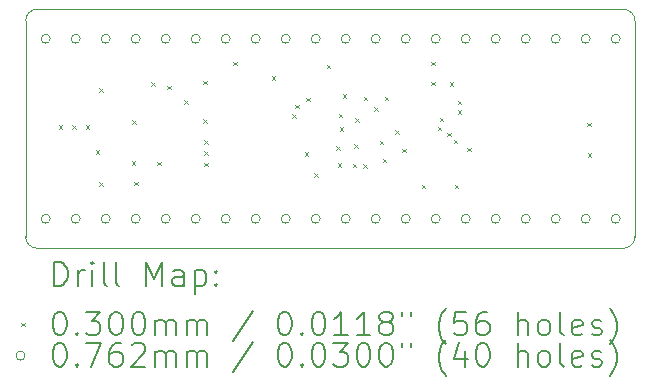
<source format=gbr>
%TF.GenerationSoftware,KiCad,Pcbnew,7.0.2*%
%TF.CreationDate,2023-06-20T04:45:02+07:00*%
%TF.ProjectId,STM32L431RCT6_prototype_board,53544d33-324c-4343-9331-524354365f70,rev?*%
%TF.SameCoordinates,Original*%
%TF.FileFunction,Drillmap*%
%TF.FilePolarity,Positive*%
%FSLAX45Y45*%
G04 Gerber Fmt 4.5, Leading zero omitted, Abs format (unit mm)*
G04 Created by KiCad (PCBNEW 7.0.2) date 2023-06-20 04:45:02*
%MOMM*%
%LPD*%
G01*
G04 APERTURE LIST*
%ADD10C,0.100000*%
%ADD11C,0.200000*%
%ADD12C,0.030000*%
%ADD13C,0.076200*%
G04 APERTURE END LIST*
D10*
X15730000Y-7150000D02*
G75*
G03*
X15830000Y-7250000I100000J0D01*
G01*
X15830000Y-5225000D02*
X20790000Y-5225000D01*
X20890000Y-5325000D02*
X20890000Y-7150000D01*
X20790000Y-7250000D02*
G75*
G03*
X20890000Y-7150000I0J100000D01*
G01*
X20890000Y-5325000D02*
G75*
G03*
X20790000Y-5225000I-100000J0D01*
G01*
X15730000Y-7150000D02*
X15730000Y-5325000D01*
X20790000Y-7250000D02*
X15830000Y-7250000D01*
X15830000Y-5225000D02*
G75*
G03*
X15730000Y-5325000I0J-100000D01*
G01*
D11*
D12*
X16010000Y-6210000D02*
X16040000Y-6240000D01*
X16040000Y-6210000D02*
X16010000Y-6240000D01*
X16125000Y-6210000D02*
X16155000Y-6240000D01*
X16155000Y-6210000D02*
X16125000Y-6240000D01*
X16240000Y-6210000D02*
X16270000Y-6240000D01*
X16270000Y-6210000D02*
X16240000Y-6240000D01*
X16325000Y-6420000D02*
X16355000Y-6450000D01*
X16355000Y-6420000D02*
X16325000Y-6450000D01*
X16355000Y-5895000D02*
X16385000Y-5925000D01*
X16385000Y-5895000D02*
X16355000Y-5925000D01*
X16355000Y-6690000D02*
X16385000Y-6720000D01*
X16385000Y-6690000D02*
X16355000Y-6720000D01*
X16629950Y-6514021D02*
X16659950Y-6544021D01*
X16659950Y-6514021D02*
X16629950Y-6544021D01*
X16635000Y-6165000D02*
X16665000Y-6195000D01*
X16665000Y-6165000D02*
X16635000Y-6195000D01*
X16650000Y-6685000D02*
X16680000Y-6715000D01*
X16680000Y-6685000D02*
X16650000Y-6715000D01*
X16795000Y-5845000D02*
X16825000Y-5875000D01*
X16825000Y-5845000D02*
X16795000Y-5875000D01*
X16845000Y-6515000D02*
X16875000Y-6545000D01*
X16875000Y-6515000D02*
X16845000Y-6545000D01*
X16930000Y-5875000D02*
X16960000Y-5905000D01*
X16960000Y-5875000D02*
X16930000Y-5905000D01*
X17072500Y-5995000D02*
X17102500Y-6025000D01*
X17102500Y-5995000D02*
X17072500Y-6025000D01*
X17235000Y-5830000D02*
X17265000Y-5860000D01*
X17265000Y-5830000D02*
X17235000Y-5860000D01*
X17235000Y-6155000D02*
X17265000Y-6185000D01*
X17265000Y-6155000D02*
X17235000Y-6185000D01*
X17245000Y-6335000D02*
X17275000Y-6365000D01*
X17275000Y-6335000D02*
X17245000Y-6365000D01*
X17245000Y-6430000D02*
X17275000Y-6460000D01*
X17275000Y-6430000D02*
X17245000Y-6460000D01*
X17245000Y-6525000D02*
X17275000Y-6555000D01*
X17275000Y-6525000D02*
X17245000Y-6555000D01*
X17490000Y-5670000D02*
X17520000Y-5700000D01*
X17520000Y-5670000D02*
X17490000Y-5700000D01*
X17813750Y-5795000D02*
X17843750Y-5825000D01*
X17843750Y-5795000D02*
X17813750Y-5825000D01*
X17990000Y-6113800D02*
X18020000Y-6143800D01*
X18020000Y-6113800D02*
X17990000Y-6143800D01*
X18015000Y-6035000D02*
X18045000Y-6065000D01*
X18045000Y-6035000D02*
X18015000Y-6065000D01*
X18095000Y-6435000D02*
X18125000Y-6465000D01*
X18125000Y-6435000D02*
X18095000Y-6465000D01*
X18105000Y-5975000D02*
X18135000Y-6005000D01*
X18135000Y-5975000D02*
X18105000Y-6005000D01*
X18175000Y-6615000D02*
X18205000Y-6645000D01*
X18205000Y-6615000D02*
X18175000Y-6645000D01*
X18280000Y-5695000D02*
X18310000Y-5725000D01*
X18310000Y-5695000D02*
X18280000Y-5725000D01*
X18360000Y-6385000D02*
X18390000Y-6415000D01*
X18390000Y-6385000D02*
X18360000Y-6415000D01*
X18375000Y-6530000D02*
X18405000Y-6560000D01*
X18405000Y-6530000D02*
X18375000Y-6560000D01*
X18380000Y-6110000D02*
X18410000Y-6140000D01*
X18410000Y-6110000D02*
X18380000Y-6140000D01*
X18390585Y-6225452D02*
X18420585Y-6255452D01*
X18420585Y-6225452D02*
X18390585Y-6255452D01*
X18415050Y-5946089D02*
X18445050Y-5976089D01*
X18445050Y-5946089D02*
X18415050Y-5976089D01*
X18500000Y-6535000D02*
X18530000Y-6565000D01*
X18530000Y-6535000D02*
X18500000Y-6565000D01*
X18515000Y-6370000D02*
X18545000Y-6400000D01*
X18545000Y-6370000D02*
X18515000Y-6400000D01*
X18520000Y-6150000D02*
X18550000Y-6180000D01*
X18550000Y-6150000D02*
X18520000Y-6180000D01*
X18590000Y-6540000D02*
X18620000Y-6570000D01*
X18620000Y-6540000D02*
X18590000Y-6570000D01*
X18595000Y-5965000D02*
X18625000Y-5995000D01*
X18625000Y-5965000D02*
X18595000Y-5995000D01*
X18680000Y-6055000D02*
X18710000Y-6085000D01*
X18710000Y-6055000D02*
X18680000Y-6085000D01*
X18730000Y-6340000D02*
X18760000Y-6370000D01*
X18760000Y-6340000D02*
X18730000Y-6370000D01*
X18755000Y-6490000D02*
X18785000Y-6520000D01*
X18785000Y-6490000D02*
X18755000Y-6520000D01*
X18771409Y-5966409D02*
X18801409Y-5996409D01*
X18801409Y-5966409D02*
X18771409Y-5996409D01*
X18860000Y-6250000D02*
X18890000Y-6280000D01*
X18890000Y-6250000D02*
X18860000Y-6280000D01*
X18920000Y-6405000D02*
X18950000Y-6435000D01*
X18950000Y-6405000D02*
X18920000Y-6435000D01*
X19085000Y-6710000D02*
X19115000Y-6740000D01*
X19115000Y-6710000D02*
X19085000Y-6740000D01*
X19165000Y-5670000D02*
X19195000Y-5700000D01*
X19195000Y-5670000D02*
X19165000Y-5700000D01*
X19165000Y-5840000D02*
X19195000Y-5870000D01*
X19195000Y-5840000D02*
X19165000Y-5870000D01*
X19218777Y-6220048D02*
X19248777Y-6250048D01*
X19248777Y-6220048D02*
X19218777Y-6250048D01*
X19238028Y-6142450D02*
X19268028Y-6172450D01*
X19268028Y-6142450D02*
X19238028Y-6172450D01*
X19300000Y-6272513D02*
X19330000Y-6302513D01*
X19330000Y-6272513D02*
X19300000Y-6302513D01*
X19322500Y-5842500D02*
X19352500Y-5872500D01*
X19352500Y-5842500D02*
X19322500Y-5872500D01*
X19355350Y-6332463D02*
X19385350Y-6362463D01*
X19385350Y-6332463D02*
X19355350Y-6362463D01*
X19365000Y-6710000D02*
X19395000Y-6740000D01*
X19395000Y-6710000D02*
X19365000Y-6740000D01*
X19390000Y-6000000D02*
X19420000Y-6030000D01*
X19420000Y-6000000D02*
X19390000Y-6030000D01*
X19390000Y-6080000D02*
X19420000Y-6110000D01*
X19420000Y-6080000D02*
X19390000Y-6110000D01*
X19470000Y-6400000D02*
X19500000Y-6430000D01*
X19500000Y-6400000D02*
X19470000Y-6430000D01*
X20485000Y-6185000D02*
X20515000Y-6215000D01*
X20515000Y-6185000D02*
X20485000Y-6215000D01*
X20490000Y-6445000D02*
X20520000Y-6475000D01*
X20520000Y-6445000D02*
X20490000Y-6475000D01*
D13*
X15938100Y-5476000D02*
G75*
G03*
X15938100Y-5476000I-38100J0D01*
G01*
X15938100Y-7000000D02*
G75*
G03*
X15938100Y-7000000I-38100J0D01*
G01*
X16192100Y-5476000D02*
G75*
G03*
X16192100Y-5476000I-38100J0D01*
G01*
X16192100Y-7000000D02*
G75*
G03*
X16192100Y-7000000I-38100J0D01*
G01*
X16446100Y-5476000D02*
G75*
G03*
X16446100Y-5476000I-38100J0D01*
G01*
X16446100Y-7000000D02*
G75*
G03*
X16446100Y-7000000I-38100J0D01*
G01*
X16700100Y-5476000D02*
G75*
G03*
X16700100Y-5476000I-38100J0D01*
G01*
X16700100Y-7000000D02*
G75*
G03*
X16700100Y-7000000I-38100J0D01*
G01*
X16954100Y-5476000D02*
G75*
G03*
X16954100Y-5476000I-38100J0D01*
G01*
X16954100Y-7000000D02*
G75*
G03*
X16954100Y-7000000I-38100J0D01*
G01*
X17208100Y-5476000D02*
G75*
G03*
X17208100Y-5476000I-38100J0D01*
G01*
X17208100Y-7000000D02*
G75*
G03*
X17208100Y-7000000I-38100J0D01*
G01*
X17462100Y-5476000D02*
G75*
G03*
X17462100Y-5476000I-38100J0D01*
G01*
X17462100Y-7000000D02*
G75*
G03*
X17462100Y-7000000I-38100J0D01*
G01*
X17716100Y-5476000D02*
G75*
G03*
X17716100Y-5476000I-38100J0D01*
G01*
X17716100Y-7000000D02*
G75*
G03*
X17716100Y-7000000I-38100J0D01*
G01*
X17970100Y-5476000D02*
G75*
G03*
X17970100Y-5476000I-38100J0D01*
G01*
X17970100Y-7000000D02*
G75*
G03*
X17970100Y-7000000I-38100J0D01*
G01*
X18224100Y-5476000D02*
G75*
G03*
X18224100Y-5476000I-38100J0D01*
G01*
X18224100Y-7000000D02*
G75*
G03*
X18224100Y-7000000I-38100J0D01*
G01*
X18478100Y-5476000D02*
G75*
G03*
X18478100Y-5476000I-38100J0D01*
G01*
X18478100Y-7000000D02*
G75*
G03*
X18478100Y-7000000I-38100J0D01*
G01*
X18732100Y-5476000D02*
G75*
G03*
X18732100Y-5476000I-38100J0D01*
G01*
X18732100Y-7000000D02*
G75*
G03*
X18732100Y-7000000I-38100J0D01*
G01*
X18986100Y-5476000D02*
G75*
G03*
X18986100Y-5476000I-38100J0D01*
G01*
X18986100Y-7000000D02*
G75*
G03*
X18986100Y-7000000I-38100J0D01*
G01*
X19240100Y-5476000D02*
G75*
G03*
X19240100Y-5476000I-38100J0D01*
G01*
X19240100Y-7000000D02*
G75*
G03*
X19240100Y-7000000I-38100J0D01*
G01*
X19494100Y-5476000D02*
G75*
G03*
X19494100Y-5476000I-38100J0D01*
G01*
X19494100Y-7000000D02*
G75*
G03*
X19494100Y-7000000I-38100J0D01*
G01*
X19748100Y-5476000D02*
G75*
G03*
X19748100Y-5476000I-38100J0D01*
G01*
X19748100Y-7000000D02*
G75*
G03*
X19748100Y-7000000I-38100J0D01*
G01*
X20002100Y-5476000D02*
G75*
G03*
X20002100Y-5476000I-38100J0D01*
G01*
X20002100Y-7000000D02*
G75*
G03*
X20002100Y-7000000I-38100J0D01*
G01*
X20256100Y-5476000D02*
G75*
G03*
X20256100Y-5476000I-38100J0D01*
G01*
X20256100Y-7000000D02*
G75*
G03*
X20256100Y-7000000I-38100J0D01*
G01*
X20510100Y-5476000D02*
G75*
G03*
X20510100Y-5476000I-38100J0D01*
G01*
X20510100Y-7000000D02*
G75*
G03*
X20510100Y-7000000I-38100J0D01*
G01*
X20764100Y-5476000D02*
G75*
G03*
X20764100Y-5476000I-38100J0D01*
G01*
X20764100Y-7000000D02*
G75*
G03*
X20764100Y-7000000I-38100J0D01*
G01*
D11*
X15972619Y-7567524D02*
X15972619Y-7367524D01*
X15972619Y-7367524D02*
X16020238Y-7367524D01*
X16020238Y-7367524D02*
X16048809Y-7377048D01*
X16048809Y-7377048D02*
X16067857Y-7396095D01*
X16067857Y-7396095D02*
X16077381Y-7415143D01*
X16077381Y-7415143D02*
X16086905Y-7453238D01*
X16086905Y-7453238D02*
X16086905Y-7481809D01*
X16086905Y-7481809D02*
X16077381Y-7519905D01*
X16077381Y-7519905D02*
X16067857Y-7538952D01*
X16067857Y-7538952D02*
X16048809Y-7558000D01*
X16048809Y-7558000D02*
X16020238Y-7567524D01*
X16020238Y-7567524D02*
X15972619Y-7567524D01*
X16172619Y-7567524D02*
X16172619Y-7434190D01*
X16172619Y-7472286D02*
X16182143Y-7453238D01*
X16182143Y-7453238D02*
X16191667Y-7443714D01*
X16191667Y-7443714D02*
X16210714Y-7434190D01*
X16210714Y-7434190D02*
X16229762Y-7434190D01*
X16296428Y-7567524D02*
X16296428Y-7434190D01*
X16296428Y-7367524D02*
X16286905Y-7377048D01*
X16286905Y-7377048D02*
X16296428Y-7386571D01*
X16296428Y-7386571D02*
X16305952Y-7377048D01*
X16305952Y-7377048D02*
X16296428Y-7367524D01*
X16296428Y-7367524D02*
X16296428Y-7386571D01*
X16420238Y-7567524D02*
X16401190Y-7558000D01*
X16401190Y-7558000D02*
X16391667Y-7538952D01*
X16391667Y-7538952D02*
X16391667Y-7367524D01*
X16525000Y-7567524D02*
X16505952Y-7558000D01*
X16505952Y-7558000D02*
X16496428Y-7538952D01*
X16496428Y-7538952D02*
X16496428Y-7367524D01*
X16753571Y-7567524D02*
X16753571Y-7367524D01*
X16753571Y-7367524D02*
X16820238Y-7510381D01*
X16820238Y-7510381D02*
X16886905Y-7367524D01*
X16886905Y-7367524D02*
X16886905Y-7567524D01*
X17067857Y-7567524D02*
X17067857Y-7462762D01*
X17067857Y-7462762D02*
X17058333Y-7443714D01*
X17058333Y-7443714D02*
X17039286Y-7434190D01*
X17039286Y-7434190D02*
X17001190Y-7434190D01*
X17001190Y-7434190D02*
X16982143Y-7443714D01*
X17067857Y-7558000D02*
X17048810Y-7567524D01*
X17048810Y-7567524D02*
X17001190Y-7567524D01*
X17001190Y-7567524D02*
X16982143Y-7558000D01*
X16982143Y-7558000D02*
X16972619Y-7538952D01*
X16972619Y-7538952D02*
X16972619Y-7519905D01*
X16972619Y-7519905D02*
X16982143Y-7500857D01*
X16982143Y-7500857D02*
X17001190Y-7491333D01*
X17001190Y-7491333D02*
X17048810Y-7491333D01*
X17048810Y-7491333D02*
X17067857Y-7481809D01*
X17163095Y-7434190D02*
X17163095Y-7634190D01*
X17163095Y-7443714D02*
X17182143Y-7434190D01*
X17182143Y-7434190D02*
X17220238Y-7434190D01*
X17220238Y-7434190D02*
X17239286Y-7443714D01*
X17239286Y-7443714D02*
X17248810Y-7453238D01*
X17248810Y-7453238D02*
X17258333Y-7472286D01*
X17258333Y-7472286D02*
X17258333Y-7529428D01*
X17258333Y-7529428D02*
X17248810Y-7548476D01*
X17248810Y-7548476D02*
X17239286Y-7558000D01*
X17239286Y-7558000D02*
X17220238Y-7567524D01*
X17220238Y-7567524D02*
X17182143Y-7567524D01*
X17182143Y-7567524D02*
X17163095Y-7558000D01*
X17344048Y-7548476D02*
X17353571Y-7558000D01*
X17353571Y-7558000D02*
X17344048Y-7567524D01*
X17344048Y-7567524D02*
X17334524Y-7558000D01*
X17334524Y-7558000D02*
X17344048Y-7548476D01*
X17344048Y-7548476D02*
X17344048Y-7567524D01*
X17344048Y-7443714D02*
X17353571Y-7453238D01*
X17353571Y-7453238D02*
X17344048Y-7462762D01*
X17344048Y-7462762D02*
X17334524Y-7453238D01*
X17334524Y-7453238D02*
X17344048Y-7443714D01*
X17344048Y-7443714D02*
X17344048Y-7462762D01*
D12*
X15695000Y-7880000D02*
X15725000Y-7910000D01*
X15725000Y-7880000D02*
X15695000Y-7910000D01*
D11*
X16010714Y-7787524D02*
X16029762Y-7787524D01*
X16029762Y-7787524D02*
X16048809Y-7797048D01*
X16048809Y-7797048D02*
X16058333Y-7806571D01*
X16058333Y-7806571D02*
X16067857Y-7825619D01*
X16067857Y-7825619D02*
X16077381Y-7863714D01*
X16077381Y-7863714D02*
X16077381Y-7911333D01*
X16077381Y-7911333D02*
X16067857Y-7949428D01*
X16067857Y-7949428D02*
X16058333Y-7968476D01*
X16058333Y-7968476D02*
X16048809Y-7978000D01*
X16048809Y-7978000D02*
X16029762Y-7987524D01*
X16029762Y-7987524D02*
X16010714Y-7987524D01*
X16010714Y-7987524D02*
X15991667Y-7978000D01*
X15991667Y-7978000D02*
X15982143Y-7968476D01*
X15982143Y-7968476D02*
X15972619Y-7949428D01*
X15972619Y-7949428D02*
X15963095Y-7911333D01*
X15963095Y-7911333D02*
X15963095Y-7863714D01*
X15963095Y-7863714D02*
X15972619Y-7825619D01*
X15972619Y-7825619D02*
X15982143Y-7806571D01*
X15982143Y-7806571D02*
X15991667Y-7797048D01*
X15991667Y-7797048D02*
X16010714Y-7787524D01*
X16163095Y-7968476D02*
X16172619Y-7978000D01*
X16172619Y-7978000D02*
X16163095Y-7987524D01*
X16163095Y-7987524D02*
X16153571Y-7978000D01*
X16153571Y-7978000D02*
X16163095Y-7968476D01*
X16163095Y-7968476D02*
X16163095Y-7987524D01*
X16239286Y-7787524D02*
X16363095Y-7787524D01*
X16363095Y-7787524D02*
X16296428Y-7863714D01*
X16296428Y-7863714D02*
X16325000Y-7863714D01*
X16325000Y-7863714D02*
X16344048Y-7873238D01*
X16344048Y-7873238D02*
X16353571Y-7882762D01*
X16353571Y-7882762D02*
X16363095Y-7901809D01*
X16363095Y-7901809D02*
X16363095Y-7949428D01*
X16363095Y-7949428D02*
X16353571Y-7968476D01*
X16353571Y-7968476D02*
X16344048Y-7978000D01*
X16344048Y-7978000D02*
X16325000Y-7987524D01*
X16325000Y-7987524D02*
X16267857Y-7987524D01*
X16267857Y-7987524D02*
X16248809Y-7978000D01*
X16248809Y-7978000D02*
X16239286Y-7968476D01*
X16486905Y-7787524D02*
X16505952Y-7787524D01*
X16505952Y-7787524D02*
X16525000Y-7797048D01*
X16525000Y-7797048D02*
X16534524Y-7806571D01*
X16534524Y-7806571D02*
X16544048Y-7825619D01*
X16544048Y-7825619D02*
X16553571Y-7863714D01*
X16553571Y-7863714D02*
X16553571Y-7911333D01*
X16553571Y-7911333D02*
X16544048Y-7949428D01*
X16544048Y-7949428D02*
X16534524Y-7968476D01*
X16534524Y-7968476D02*
X16525000Y-7978000D01*
X16525000Y-7978000D02*
X16505952Y-7987524D01*
X16505952Y-7987524D02*
X16486905Y-7987524D01*
X16486905Y-7987524D02*
X16467857Y-7978000D01*
X16467857Y-7978000D02*
X16458333Y-7968476D01*
X16458333Y-7968476D02*
X16448809Y-7949428D01*
X16448809Y-7949428D02*
X16439286Y-7911333D01*
X16439286Y-7911333D02*
X16439286Y-7863714D01*
X16439286Y-7863714D02*
X16448809Y-7825619D01*
X16448809Y-7825619D02*
X16458333Y-7806571D01*
X16458333Y-7806571D02*
X16467857Y-7797048D01*
X16467857Y-7797048D02*
X16486905Y-7787524D01*
X16677381Y-7787524D02*
X16696429Y-7787524D01*
X16696429Y-7787524D02*
X16715476Y-7797048D01*
X16715476Y-7797048D02*
X16725000Y-7806571D01*
X16725000Y-7806571D02*
X16734524Y-7825619D01*
X16734524Y-7825619D02*
X16744048Y-7863714D01*
X16744048Y-7863714D02*
X16744048Y-7911333D01*
X16744048Y-7911333D02*
X16734524Y-7949428D01*
X16734524Y-7949428D02*
X16725000Y-7968476D01*
X16725000Y-7968476D02*
X16715476Y-7978000D01*
X16715476Y-7978000D02*
X16696429Y-7987524D01*
X16696429Y-7987524D02*
X16677381Y-7987524D01*
X16677381Y-7987524D02*
X16658333Y-7978000D01*
X16658333Y-7978000D02*
X16648809Y-7968476D01*
X16648809Y-7968476D02*
X16639286Y-7949428D01*
X16639286Y-7949428D02*
X16629762Y-7911333D01*
X16629762Y-7911333D02*
X16629762Y-7863714D01*
X16629762Y-7863714D02*
X16639286Y-7825619D01*
X16639286Y-7825619D02*
X16648809Y-7806571D01*
X16648809Y-7806571D02*
X16658333Y-7797048D01*
X16658333Y-7797048D02*
X16677381Y-7787524D01*
X16829762Y-7987524D02*
X16829762Y-7854190D01*
X16829762Y-7873238D02*
X16839286Y-7863714D01*
X16839286Y-7863714D02*
X16858333Y-7854190D01*
X16858333Y-7854190D02*
X16886905Y-7854190D01*
X16886905Y-7854190D02*
X16905952Y-7863714D01*
X16905952Y-7863714D02*
X16915476Y-7882762D01*
X16915476Y-7882762D02*
X16915476Y-7987524D01*
X16915476Y-7882762D02*
X16925000Y-7863714D01*
X16925000Y-7863714D02*
X16944048Y-7854190D01*
X16944048Y-7854190D02*
X16972619Y-7854190D01*
X16972619Y-7854190D02*
X16991667Y-7863714D01*
X16991667Y-7863714D02*
X17001191Y-7882762D01*
X17001191Y-7882762D02*
X17001191Y-7987524D01*
X17096429Y-7987524D02*
X17096429Y-7854190D01*
X17096429Y-7873238D02*
X17105952Y-7863714D01*
X17105952Y-7863714D02*
X17125000Y-7854190D01*
X17125000Y-7854190D02*
X17153572Y-7854190D01*
X17153572Y-7854190D02*
X17172619Y-7863714D01*
X17172619Y-7863714D02*
X17182143Y-7882762D01*
X17182143Y-7882762D02*
X17182143Y-7987524D01*
X17182143Y-7882762D02*
X17191667Y-7863714D01*
X17191667Y-7863714D02*
X17210714Y-7854190D01*
X17210714Y-7854190D02*
X17239286Y-7854190D01*
X17239286Y-7854190D02*
X17258333Y-7863714D01*
X17258333Y-7863714D02*
X17267857Y-7882762D01*
X17267857Y-7882762D02*
X17267857Y-7987524D01*
X17658333Y-7778000D02*
X17486905Y-8035143D01*
X17915476Y-7787524D02*
X17934524Y-7787524D01*
X17934524Y-7787524D02*
X17953572Y-7797048D01*
X17953572Y-7797048D02*
X17963095Y-7806571D01*
X17963095Y-7806571D02*
X17972619Y-7825619D01*
X17972619Y-7825619D02*
X17982143Y-7863714D01*
X17982143Y-7863714D02*
X17982143Y-7911333D01*
X17982143Y-7911333D02*
X17972619Y-7949428D01*
X17972619Y-7949428D02*
X17963095Y-7968476D01*
X17963095Y-7968476D02*
X17953572Y-7978000D01*
X17953572Y-7978000D02*
X17934524Y-7987524D01*
X17934524Y-7987524D02*
X17915476Y-7987524D01*
X17915476Y-7987524D02*
X17896429Y-7978000D01*
X17896429Y-7978000D02*
X17886905Y-7968476D01*
X17886905Y-7968476D02*
X17877381Y-7949428D01*
X17877381Y-7949428D02*
X17867857Y-7911333D01*
X17867857Y-7911333D02*
X17867857Y-7863714D01*
X17867857Y-7863714D02*
X17877381Y-7825619D01*
X17877381Y-7825619D02*
X17886905Y-7806571D01*
X17886905Y-7806571D02*
X17896429Y-7797048D01*
X17896429Y-7797048D02*
X17915476Y-7787524D01*
X18067857Y-7968476D02*
X18077381Y-7978000D01*
X18077381Y-7978000D02*
X18067857Y-7987524D01*
X18067857Y-7987524D02*
X18058334Y-7978000D01*
X18058334Y-7978000D02*
X18067857Y-7968476D01*
X18067857Y-7968476D02*
X18067857Y-7987524D01*
X18201191Y-7787524D02*
X18220238Y-7787524D01*
X18220238Y-7787524D02*
X18239286Y-7797048D01*
X18239286Y-7797048D02*
X18248810Y-7806571D01*
X18248810Y-7806571D02*
X18258334Y-7825619D01*
X18258334Y-7825619D02*
X18267857Y-7863714D01*
X18267857Y-7863714D02*
X18267857Y-7911333D01*
X18267857Y-7911333D02*
X18258334Y-7949428D01*
X18258334Y-7949428D02*
X18248810Y-7968476D01*
X18248810Y-7968476D02*
X18239286Y-7978000D01*
X18239286Y-7978000D02*
X18220238Y-7987524D01*
X18220238Y-7987524D02*
X18201191Y-7987524D01*
X18201191Y-7987524D02*
X18182143Y-7978000D01*
X18182143Y-7978000D02*
X18172619Y-7968476D01*
X18172619Y-7968476D02*
X18163095Y-7949428D01*
X18163095Y-7949428D02*
X18153572Y-7911333D01*
X18153572Y-7911333D02*
X18153572Y-7863714D01*
X18153572Y-7863714D02*
X18163095Y-7825619D01*
X18163095Y-7825619D02*
X18172619Y-7806571D01*
X18172619Y-7806571D02*
X18182143Y-7797048D01*
X18182143Y-7797048D02*
X18201191Y-7787524D01*
X18458334Y-7987524D02*
X18344048Y-7987524D01*
X18401191Y-7987524D02*
X18401191Y-7787524D01*
X18401191Y-7787524D02*
X18382143Y-7816095D01*
X18382143Y-7816095D02*
X18363095Y-7835143D01*
X18363095Y-7835143D02*
X18344048Y-7844667D01*
X18648810Y-7987524D02*
X18534524Y-7987524D01*
X18591667Y-7987524D02*
X18591667Y-7787524D01*
X18591667Y-7787524D02*
X18572619Y-7816095D01*
X18572619Y-7816095D02*
X18553572Y-7835143D01*
X18553572Y-7835143D02*
X18534524Y-7844667D01*
X18763095Y-7873238D02*
X18744048Y-7863714D01*
X18744048Y-7863714D02*
X18734524Y-7854190D01*
X18734524Y-7854190D02*
X18725000Y-7835143D01*
X18725000Y-7835143D02*
X18725000Y-7825619D01*
X18725000Y-7825619D02*
X18734524Y-7806571D01*
X18734524Y-7806571D02*
X18744048Y-7797048D01*
X18744048Y-7797048D02*
X18763095Y-7787524D01*
X18763095Y-7787524D02*
X18801191Y-7787524D01*
X18801191Y-7787524D02*
X18820238Y-7797048D01*
X18820238Y-7797048D02*
X18829762Y-7806571D01*
X18829762Y-7806571D02*
X18839286Y-7825619D01*
X18839286Y-7825619D02*
X18839286Y-7835143D01*
X18839286Y-7835143D02*
X18829762Y-7854190D01*
X18829762Y-7854190D02*
X18820238Y-7863714D01*
X18820238Y-7863714D02*
X18801191Y-7873238D01*
X18801191Y-7873238D02*
X18763095Y-7873238D01*
X18763095Y-7873238D02*
X18744048Y-7882762D01*
X18744048Y-7882762D02*
X18734524Y-7892286D01*
X18734524Y-7892286D02*
X18725000Y-7911333D01*
X18725000Y-7911333D02*
X18725000Y-7949428D01*
X18725000Y-7949428D02*
X18734524Y-7968476D01*
X18734524Y-7968476D02*
X18744048Y-7978000D01*
X18744048Y-7978000D02*
X18763095Y-7987524D01*
X18763095Y-7987524D02*
X18801191Y-7987524D01*
X18801191Y-7987524D02*
X18820238Y-7978000D01*
X18820238Y-7978000D02*
X18829762Y-7968476D01*
X18829762Y-7968476D02*
X18839286Y-7949428D01*
X18839286Y-7949428D02*
X18839286Y-7911333D01*
X18839286Y-7911333D02*
X18829762Y-7892286D01*
X18829762Y-7892286D02*
X18820238Y-7882762D01*
X18820238Y-7882762D02*
X18801191Y-7873238D01*
X18915476Y-7787524D02*
X18915476Y-7825619D01*
X18991667Y-7787524D02*
X18991667Y-7825619D01*
X19286905Y-8063714D02*
X19277381Y-8054190D01*
X19277381Y-8054190D02*
X19258334Y-8025619D01*
X19258334Y-8025619D02*
X19248810Y-8006571D01*
X19248810Y-8006571D02*
X19239286Y-7978000D01*
X19239286Y-7978000D02*
X19229762Y-7930381D01*
X19229762Y-7930381D02*
X19229762Y-7892286D01*
X19229762Y-7892286D02*
X19239286Y-7844667D01*
X19239286Y-7844667D02*
X19248810Y-7816095D01*
X19248810Y-7816095D02*
X19258334Y-7797048D01*
X19258334Y-7797048D02*
X19277381Y-7768476D01*
X19277381Y-7768476D02*
X19286905Y-7758952D01*
X19458334Y-7787524D02*
X19363096Y-7787524D01*
X19363096Y-7787524D02*
X19353572Y-7882762D01*
X19353572Y-7882762D02*
X19363096Y-7873238D01*
X19363096Y-7873238D02*
X19382143Y-7863714D01*
X19382143Y-7863714D02*
X19429762Y-7863714D01*
X19429762Y-7863714D02*
X19448810Y-7873238D01*
X19448810Y-7873238D02*
X19458334Y-7882762D01*
X19458334Y-7882762D02*
X19467857Y-7901809D01*
X19467857Y-7901809D02*
X19467857Y-7949428D01*
X19467857Y-7949428D02*
X19458334Y-7968476D01*
X19458334Y-7968476D02*
X19448810Y-7978000D01*
X19448810Y-7978000D02*
X19429762Y-7987524D01*
X19429762Y-7987524D02*
X19382143Y-7987524D01*
X19382143Y-7987524D02*
X19363096Y-7978000D01*
X19363096Y-7978000D02*
X19353572Y-7968476D01*
X19639286Y-7787524D02*
X19601191Y-7787524D01*
X19601191Y-7787524D02*
X19582143Y-7797048D01*
X19582143Y-7797048D02*
X19572619Y-7806571D01*
X19572619Y-7806571D02*
X19553572Y-7835143D01*
X19553572Y-7835143D02*
X19544048Y-7873238D01*
X19544048Y-7873238D02*
X19544048Y-7949428D01*
X19544048Y-7949428D02*
X19553572Y-7968476D01*
X19553572Y-7968476D02*
X19563096Y-7978000D01*
X19563096Y-7978000D02*
X19582143Y-7987524D01*
X19582143Y-7987524D02*
X19620238Y-7987524D01*
X19620238Y-7987524D02*
X19639286Y-7978000D01*
X19639286Y-7978000D02*
X19648810Y-7968476D01*
X19648810Y-7968476D02*
X19658334Y-7949428D01*
X19658334Y-7949428D02*
X19658334Y-7901809D01*
X19658334Y-7901809D02*
X19648810Y-7882762D01*
X19648810Y-7882762D02*
X19639286Y-7873238D01*
X19639286Y-7873238D02*
X19620238Y-7863714D01*
X19620238Y-7863714D02*
X19582143Y-7863714D01*
X19582143Y-7863714D02*
X19563096Y-7873238D01*
X19563096Y-7873238D02*
X19553572Y-7882762D01*
X19553572Y-7882762D02*
X19544048Y-7901809D01*
X19896429Y-7987524D02*
X19896429Y-7787524D01*
X19982143Y-7987524D02*
X19982143Y-7882762D01*
X19982143Y-7882762D02*
X19972619Y-7863714D01*
X19972619Y-7863714D02*
X19953572Y-7854190D01*
X19953572Y-7854190D02*
X19925000Y-7854190D01*
X19925000Y-7854190D02*
X19905953Y-7863714D01*
X19905953Y-7863714D02*
X19896429Y-7873238D01*
X20105953Y-7987524D02*
X20086905Y-7978000D01*
X20086905Y-7978000D02*
X20077381Y-7968476D01*
X20077381Y-7968476D02*
X20067858Y-7949428D01*
X20067858Y-7949428D02*
X20067858Y-7892286D01*
X20067858Y-7892286D02*
X20077381Y-7873238D01*
X20077381Y-7873238D02*
X20086905Y-7863714D01*
X20086905Y-7863714D02*
X20105953Y-7854190D01*
X20105953Y-7854190D02*
X20134524Y-7854190D01*
X20134524Y-7854190D02*
X20153572Y-7863714D01*
X20153572Y-7863714D02*
X20163096Y-7873238D01*
X20163096Y-7873238D02*
X20172619Y-7892286D01*
X20172619Y-7892286D02*
X20172619Y-7949428D01*
X20172619Y-7949428D02*
X20163096Y-7968476D01*
X20163096Y-7968476D02*
X20153572Y-7978000D01*
X20153572Y-7978000D02*
X20134524Y-7987524D01*
X20134524Y-7987524D02*
X20105953Y-7987524D01*
X20286905Y-7987524D02*
X20267858Y-7978000D01*
X20267858Y-7978000D02*
X20258334Y-7958952D01*
X20258334Y-7958952D02*
X20258334Y-7787524D01*
X20439286Y-7978000D02*
X20420239Y-7987524D01*
X20420239Y-7987524D02*
X20382143Y-7987524D01*
X20382143Y-7987524D02*
X20363096Y-7978000D01*
X20363096Y-7978000D02*
X20353572Y-7958952D01*
X20353572Y-7958952D02*
X20353572Y-7882762D01*
X20353572Y-7882762D02*
X20363096Y-7863714D01*
X20363096Y-7863714D02*
X20382143Y-7854190D01*
X20382143Y-7854190D02*
X20420239Y-7854190D01*
X20420239Y-7854190D02*
X20439286Y-7863714D01*
X20439286Y-7863714D02*
X20448810Y-7882762D01*
X20448810Y-7882762D02*
X20448810Y-7901809D01*
X20448810Y-7901809D02*
X20353572Y-7920857D01*
X20525000Y-7978000D02*
X20544048Y-7987524D01*
X20544048Y-7987524D02*
X20582143Y-7987524D01*
X20582143Y-7987524D02*
X20601191Y-7978000D01*
X20601191Y-7978000D02*
X20610715Y-7958952D01*
X20610715Y-7958952D02*
X20610715Y-7949428D01*
X20610715Y-7949428D02*
X20601191Y-7930381D01*
X20601191Y-7930381D02*
X20582143Y-7920857D01*
X20582143Y-7920857D02*
X20553572Y-7920857D01*
X20553572Y-7920857D02*
X20534524Y-7911333D01*
X20534524Y-7911333D02*
X20525000Y-7892286D01*
X20525000Y-7892286D02*
X20525000Y-7882762D01*
X20525000Y-7882762D02*
X20534524Y-7863714D01*
X20534524Y-7863714D02*
X20553572Y-7854190D01*
X20553572Y-7854190D02*
X20582143Y-7854190D01*
X20582143Y-7854190D02*
X20601191Y-7863714D01*
X20677381Y-8063714D02*
X20686905Y-8054190D01*
X20686905Y-8054190D02*
X20705953Y-8025619D01*
X20705953Y-8025619D02*
X20715477Y-8006571D01*
X20715477Y-8006571D02*
X20725000Y-7978000D01*
X20725000Y-7978000D02*
X20734524Y-7930381D01*
X20734524Y-7930381D02*
X20734524Y-7892286D01*
X20734524Y-7892286D02*
X20725000Y-7844667D01*
X20725000Y-7844667D02*
X20715477Y-7816095D01*
X20715477Y-7816095D02*
X20705953Y-7797048D01*
X20705953Y-7797048D02*
X20686905Y-7768476D01*
X20686905Y-7768476D02*
X20677381Y-7758952D01*
D13*
X15725000Y-8159000D02*
G75*
G03*
X15725000Y-8159000I-38100J0D01*
G01*
D11*
X16010714Y-8051524D02*
X16029762Y-8051524D01*
X16029762Y-8051524D02*
X16048809Y-8061048D01*
X16048809Y-8061048D02*
X16058333Y-8070571D01*
X16058333Y-8070571D02*
X16067857Y-8089619D01*
X16067857Y-8089619D02*
X16077381Y-8127714D01*
X16077381Y-8127714D02*
X16077381Y-8175333D01*
X16077381Y-8175333D02*
X16067857Y-8213428D01*
X16067857Y-8213428D02*
X16058333Y-8232476D01*
X16058333Y-8232476D02*
X16048809Y-8242000D01*
X16048809Y-8242000D02*
X16029762Y-8251524D01*
X16029762Y-8251524D02*
X16010714Y-8251524D01*
X16010714Y-8251524D02*
X15991667Y-8242000D01*
X15991667Y-8242000D02*
X15982143Y-8232476D01*
X15982143Y-8232476D02*
X15972619Y-8213428D01*
X15972619Y-8213428D02*
X15963095Y-8175333D01*
X15963095Y-8175333D02*
X15963095Y-8127714D01*
X15963095Y-8127714D02*
X15972619Y-8089619D01*
X15972619Y-8089619D02*
X15982143Y-8070571D01*
X15982143Y-8070571D02*
X15991667Y-8061048D01*
X15991667Y-8061048D02*
X16010714Y-8051524D01*
X16163095Y-8232476D02*
X16172619Y-8242000D01*
X16172619Y-8242000D02*
X16163095Y-8251524D01*
X16163095Y-8251524D02*
X16153571Y-8242000D01*
X16153571Y-8242000D02*
X16163095Y-8232476D01*
X16163095Y-8232476D02*
X16163095Y-8251524D01*
X16239286Y-8051524D02*
X16372619Y-8051524D01*
X16372619Y-8051524D02*
X16286905Y-8251524D01*
X16534524Y-8051524D02*
X16496428Y-8051524D01*
X16496428Y-8051524D02*
X16477381Y-8061048D01*
X16477381Y-8061048D02*
X16467857Y-8070571D01*
X16467857Y-8070571D02*
X16448809Y-8099143D01*
X16448809Y-8099143D02*
X16439286Y-8137238D01*
X16439286Y-8137238D02*
X16439286Y-8213428D01*
X16439286Y-8213428D02*
X16448809Y-8232476D01*
X16448809Y-8232476D02*
X16458333Y-8242000D01*
X16458333Y-8242000D02*
X16477381Y-8251524D01*
X16477381Y-8251524D02*
X16515476Y-8251524D01*
X16515476Y-8251524D02*
X16534524Y-8242000D01*
X16534524Y-8242000D02*
X16544048Y-8232476D01*
X16544048Y-8232476D02*
X16553571Y-8213428D01*
X16553571Y-8213428D02*
X16553571Y-8165809D01*
X16553571Y-8165809D02*
X16544048Y-8146762D01*
X16544048Y-8146762D02*
X16534524Y-8137238D01*
X16534524Y-8137238D02*
X16515476Y-8127714D01*
X16515476Y-8127714D02*
X16477381Y-8127714D01*
X16477381Y-8127714D02*
X16458333Y-8137238D01*
X16458333Y-8137238D02*
X16448809Y-8146762D01*
X16448809Y-8146762D02*
X16439286Y-8165809D01*
X16629762Y-8070571D02*
X16639286Y-8061048D01*
X16639286Y-8061048D02*
X16658333Y-8051524D01*
X16658333Y-8051524D02*
X16705952Y-8051524D01*
X16705952Y-8051524D02*
X16725000Y-8061048D01*
X16725000Y-8061048D02*
X16734524Y-8070571D01*
X16734524Y-8070571D02*
X16744048Y-8089619D01*
X16744048Y-8089619D02*
X16744048Y-8108667D01*
X16744048Y-8108667D02*
X16734524Y-8137238D01*
X16734524Y-8137238D02*
X16620238Y-8251524D01*
X16620238Y-8251524D02*
X16744048Y-8251524D01*
X16829762Y-8251524D02*
X16829762Y-8118190D01*
X16829762Y-8137238D02*
X16839286Y-8127714D01*
X16839286Y-8127714D02*
X16858333Y-8118190D01*
X16858333Y-8118190D02*
X16886905Y-8118190D01*
X16886905Y-8118190D02*
X16905952Y-8127714D01*
X16905952Y-8127714D02*
X16915476Y-8146762D01*
X16915476Y-8146762D02*
X16915476Y-8251524D01*
X16915476Y-8146762D02*
X16925000Y-8127714D01*
X16925000Y-8127714D02*
X16944048Y-8118190D01*
X16944048Y-8118190D02*
X16972619Y-8118190D01*
X16972619Y-8118190D02*
X16991667Y-8127714D01*
X16991667Y-8127714D02*
X17001191Y-8146762D01*
X17001191Y-8146762D02*
X17001191Y-8251524D01*
X17096429Y-8251524D02*
X17096429Y-8118190D01*
X17096429Y-8137238D02*
X17105952Y-8127714D01*
X17105952Y-8127714D02*
X17125000Y-8118190D01*
X17125000Y-8118190D02*
X17153572Y-8118190D01*
X17153572Y-8118190D02*
X17172619Y-8127714D01*
X17172619Y-8127714D02*
X17182143Y-8146762D01*
X17182143Y-8146762D02*
X17182143Y-8251524D01*
X17182143Y-8146762D02*
X17191667Y-8127714D01*
X17191667Y-8127714D02*
X17210714Y-8118190D01*
X17210714Y-8118190D02*
X17239286Y-8118190D01*
X17239286Y-8118190D02*
X17258333Y-8127714D01*
X17258333Y-8127714D02*
X17267857Y-8146762D01*
X17267857Y-8146762D02*
X17267857Y-8251524D01*
X17658333Y-8042000D02*
X17486905Y-8299143D01*
X17915476Y-8051524D02*
X17934524Y-8051524D01*
X17934524Y-8051524D02*
X17953572Y-8061048D01*
X17953572Y-8061048D02*
X17963095Y-8070571D01*
X17963095Y-8070571D02*
X17972619Y-8089619D01*
X17972619Y-8089619D02*
X17982143Y-8127714D01*
X17982143Y-8127714D02*
X17982143Y-8175333D01*
X17982143Y-8175333D02*
X17972619Y-8213428D01*
X17972619Y-8213428D02*
X17963095Y-8232476D01*
X17963095Y-8232476D02*
X17953572Y-8242000D01*
X17953572Y-8242000D02*
X17934524Y-8251524D01*
X17934524Y-8251524D02*
X17915476Y-8251524D01*
X17915476Y-8251524D02*
X17896429Y-8242000D01*
X17896429Y-8242000D02*
X17886905Y-8232476D01*
X17886905Y-8232476D02*
X17877381Y-8213428D01*
X17877381Y-8213428D02*
X17867857Y-8175333D01*
X17867857Y-8175333D02*
X17867857Y-8127714D01*
X17867857Y-8127714D02*
X17877381Y-8089619D01*
X17877381Y-8089619D02*
X17886905Y-8070571D01*
X17886905Y-8070571D02*
X17896429Y-8061048D01*
X17896429Y-8061048D02*
X17915476Y-8051524D01*
X18067857Y-8232476D02*
X18077381Y-8242000D01*
X18077381Y-8242000D02*
X18067857Y-8251524D01*
X18067857Y-8251524D02*
X18058334Y-8242000D01*
X18058334Y-8242000D02*
X18067857Y-8232476D01*
X18067857Y-8232476D02*
X18067857Y-8251524D01*
X18201191Y-8051524D02*
X18220238Y-8051524D01*
X18220238Y-8051524D02*
X18239286Y-8061048D01*
X18239286Y-8061048D02*
X18248810Y-8070571D01*
X18248810Y-8070571D02*
X18258334Y-8089619D01*
X18258334Y-8089619D02*
X18267857Y-8127714D01*
X18267857Y-8127714D02*
X18267857Y-8175333D01*
X18267857Y-8175333D02*
X18258334Y-8213428D01*
X18258334Y-8213428D02*
X18248810Y-8232476D01*
X18248810Y-8232476D02*
X18239286Y-8242000D01*
X18239286Y-8242000D02*
X18220238Y-8251524D01*
X18220238Y-8251524D02*
X18201191Y-8251524D01*
X18201191Y-8251524D02*
X18182143Y-8242000D01*
X18182143Y-8242000D02*
X18172619Y-8232476D01*
X18172619Y-8232476D02*
X18163095Y-8213428D01*
X18163095Y-8213428D02*
X18153572Y-8175333D01*
X18153572Y-8175333D02*
X18153572Y-8127714D01*
X18153572Y-8127714D02*
X18163095Y-8089619D01*
X18163095Y-8089619D02*
X18172619Y-8070571D01*
X18172619Y-8070571D02*
X18182143Y-8061048D01*
X18182143Y-8061048D02*
X18201191Y-8051524D01*
X18334524Y-8051524D02*
X18458334Y-8051524D01*
X18458334Y-8051524D02*
X18391667Y-8127714D01*
X18391667Y-8127714D02*
X18420238Y-8127714D01*
X18420238Y-8127714D02*
X18439286Y-8137238D01*
X18439286Y-8137238D02*
X18448810Y-8146762D01*
X18448810Y-8146762D02*
X18458334Y-8165809D01*
X18458334Y-8165809D02*
X18458334Y-8213428D01*
X18458334Y-8213428D02*
X18448810Y-8232476D01*
X18448810Y-8232476D02*
X18439286Y-8242000D01*
X18439286Y-8242000D02*
X18420238Y-8251524D01*
X18420238Y-8251524D02*
X18363095Y-8251524D01*
X18363095Y-8251524D02*
X18344048Y-8242000D01*
X18344048Y-8242000D02*
X18334524Y-8232476D01*
X18582143Y-8051524D02*
X18601191Y-8051524D01*
X18601191Y-8051524D02*
X18620238Y-8061048D01*
X18620238Y-8061048D02*
X18629762Y-8070571D01*
X18629762Y-8070571D02*
X18639286Y-8089619D01*
X18639286Y-8089619D02*
X18648810Y-8127714D01*
X18648810Y-8127714D02*
X18648810Y-8175333D01*
X18648810Y-8175333D02*
X18639286Y-8213428D01*
X18639286Y-8213428D02*
X18629762Y-8232476D01*
X18629762Y-8232476D02*
X18620238Y-8242000D01*
X18620238Y-8242000D02*
X18601191Y-8251524D01*
X18601191Y-8251524D02*
X18582143Y-8251524D01*
X18582143Y-8251524D02*
X18563095Y-8242000D01*
X18563095Y-8242000D02*
X18553572Y-8232476D01*
X18553572Y-8232476D02*
X18544048Y-8213428D01*
X18544048Y-8213428D02*
X18534524Y-8175333D01*
X18534524Y-8175333D02*
X18534524Y-8127714D01*
X18534524Y-8127714D02*
X18544048Y-8089619D01*
X18544048Y-8089619D02*
X18553572Y-8070571D01*
X18553572Y-8070571D02*
X18563095Y-8061048D01*
X18563095Y-8061048D02*
X18582143Y-8051524D01*
X18772619Y-8051524D02*
X18791667Y-8051524D01*
X18791667Y-8051524D02*
X18810715Y-8061048D01*
X18810715Y-8061048D02*
X18820238Y-8070571D01*
X18820238Y-8070571D02*
X18829762Y-8089619D01*
X18829762Y-8089619D02*
X18839286Y-8127714D01*
X18839286Y-8127714D02*
X18839286Y-8175333D01*
X18839286Y-8175333D02*
X18829762Y-8213428D01*
X18829762Y-8213428D02*
X18820238Y-8232476D01*
X18820238Y-8232476D02*
X18810715Y-8242000D01*
X18810715Y-8242000D02*
X18791667Y-8251524D01*
X18791667Y-8251524D02*
X18772619Y-8251524D01*
X18772619Y-8251524D02*
X18753572Y-8242000D01*
X18753572Y-8242000D02*
X18744048Y-8232476D01*
X18744048Y-8232476D02*
X18734524Y-8213428D01*
X18734524Y-8213428D02*
X18725000Y-8175333D01*
X18725000Y-8175333D02*
X18725000Y-8127714D01*
X18725000Y-8127714D02*
X18734524Y-8089619D01*
X18734524Y-8089619D02*
X18744048Y-8070571D01*
X18744048Y-8070571D02*
X18753572Y-8061048D01*
X18753572Y-8061048D02*
X18772619Y-8051524D01*
X18915476Y-8051524D02*
X18915476Y-8089619D01*
X18991667Y-8051524D02*
X18991667Y-8089619D01*
X19286905Y-8327714D02*
X19277381Y-8318190D01*
X19277381Y-8318190D02*
X19258334Y-8289619D01*
X19258334Y-8289619D02*
X19248810Y-8270571D01*
X19248810Y-8270571D02*
X19239286Y-8242000D01*
X19239286Y-8242000D02*
X19229762Y-8194381D01*
X19229762Y-8194381D02*
X19229762Y-8156286D01*
X19229762Y-8156286D02*
X19239286Y-8108667D01*
X19239286Y-8108667D02*
X19248810Y-8080095D01*
X19248810Y-8080095D02*
X19258334Y-8061048D01*
X19258334Y-8061048D02*
X19277381Y-8032476D01*
X19277381Y-8032476D02*
X19286905Y-8022952D01*
X19448810Y-8118190D02*
X19448810Y-8251524D01*
X19401191Y-8042000D02*
X19353572Y-8184857D01*
X19353572Y-8184857D02*
X19477381Y-8184857D01*
X19591667Y-8051524D02*
X19610715Y-8051524D01*
X19610715Y-8051524D02*
X19629762Y-8061048D01*
X19629762Y-8061048D02*
X19639286Y-8070571D01*
X19639286Y-8070571D02*
X19648810Y-8089619D01*
X19648810Y-8089619D02*
X19658334Y-8127714D01*
X19658334Y-8127714D02*
X19658334Y-8175333D01*
X19658334Y-8175333D02*
X19648810Y-8213428D01*
X19648810Y-8213428D02*
X19639286Y-8232476D01*
X19639286Y-8232476D02*
X19629762Y-8242000D01*
X19629762Y-8242000D02*
X19610715Y-8251524D01*
X19610715Y-8251524D02*
X19591667Y-8251524D01*
X19591667Y-8251524D02*
X19572619Y-8242000D01*
X19572619Y-8242000D02*
X19563096Y-8232476D01*
X19563096Y-8232476D02*
X19553572Y-8213428D01*
X19553572Y-8213428D02*
X19544048Y-8175333D01*
X19544048Y-8175333D02*
X19544048Y-8127714D01*
X19544048Y-8127714D02*
X19553572Y-8089619D01*
X19553572Y-8089619D02*
X19563096Y-8070571D01*
X19563096Y-8070571D02*
X19572619Y-8061048D01*
X19572619Y-8061048D02*
X19591667Y-8051524D01*
X19896429Y-8251524D02*
X19896429Y-8051524D01*
X19982143Y-8251524D02*
X19982143Y-8146762D01*
X19982143Y-8146762D02*
X19972619Y-8127714D01*
X19972619Y-8127714D02*
X19953572Y-8118190D01*
X19953572Y-8118190D02*
X19925000Y-8118190D01*
X19925000Y-8118190D02*
X19905953Y-8127714D01*
X19905953Y-8127714D02*
X19896429Y-8137238D01*
X20105953Y-8251524D02*
X20086905Y-8242000D01*
X20086905Y-8242000D02*
X20077381Y-8232476D01*
X20077381Y-8232476D02*
X20067858Y-8213428D01*
X20067858Y-8213428D02*
X20067858Y-8156286D01*
X20067858Y-8156286D02*
X20077381Y-8137238D01*
X20077381Y-8137238D02*
X20086905Y-8127714D01*
X20086905Y-8127714D02*
X20105953Y-8118190D01*
X20105953Y-8118190D02*
X20134524Y-8118190D01*
X20134524Y-8118190D02*
X20153572Y-8127714D01*
X20153572Y-8127714D02*
X20163096Y-8137238D01*
X20163096Y-8137238D02*
X20172619Y-8156286D01*
X20172619Y-8156286D02*
X20172619Y-8213428D01*
X20172619Y-8213428D02*
X20163096Y-8232476D01*
X20163096Y-8232476D02*
X20153572Y-8242000D01*
X20153572Y-8242000D02*
X20134524Y-8251524D01*
X20134524Y-8251524D02*
X20105953Y-8251524D01*
X20286905Y-8251524D02*
X20267858Y-8242000D01*
X20267858Y-8242000D02*
X20258334Y-8222952D01*
X20258334Y-8222952D02*
X20258334Y-8051524D01*
X20439286Y-8242000D02*
X20420239Y-8251524D01*
X20420239Y-8251524D02*
X20382143Y-8251524D01*
X20382143Y-8251524D02*
X20363096Y-8242000D01*
X20363096Y-8242000D02*
X20353572Y-8222952D01*
X20353572Y-8222952D02*
X20353572Y-8146762D01*
X20353572Y-8146762D02*
X20363096Y-8127714D01*
X20363096Y-8127714D02*
X20382143Y-8118190D01*
X20382143Y-8118190D02*
X20420239Y-8118190D01*
X20420239Y-8118190D02*
X20439286Y-8127714D01*
X20439286Y-8127714D02*
X20448810Y-8146762D01*
X20448810Y-8146762D02*
X20448810Y-8165809D01*
X20448810Y-8165809D02*
X20353572Y-8184857D01*
X20525000Y-8242000D02*
X20544048Y-8251524D01*
X20544048Y-8251524D02*
X20582143Y-8251524D01*
X20582143Y-8251524D02*
X20601191Y-8242000D01*
X20601191Y-8242000D02*
X20610715Y-8222952D01*
X20610715Y-8222952D02*
X20610715Y-8213428D01*
X20610715Y-8213428D02*
X20601191Y-8194381D01*
X20601191Y-8194381D02*
X20582143Y-8184857D01*
X20582143Y-8184857D02*
X20553572Y-8184857D01*
X20553572Y-8184857D02*
X20534524Y-8175333D01*
X20534524Y-8175333D02*
X20525000Y-8156286D01*
X20525000Y-8156286D02*
X20525000Y-8146762D01*
X20525000Y-8146762D02*
X20534524Y-8127714D01*
X20534524Y-8127714D02*
X20553572Y-8118190D01*
X20553572Y-8118190D02*
X20582143Y-8118190D01*
X20582143Y-8118190D02*
X20601191Y-8127714D01*
X20677381Y-8327714D02*
X20686905Y-8318190D01*
X20686905Y-8318190D02*
X20705953Y-8289619D01*
X20705953Y-8289619D02*
X20715477Y-8270571D01*
X20715477Y-8270571D02*
X20725000Y-8242000D01*
X20725000Y-8242000D02*
X20734524Y-8194381D01*
X20734524Y-8194381D02*
X20734524Y-8156286D01*
X20734524Y-8156286D02*
X20725000Y-8108667D01*
X20725000Y-8108667D02*
X20715477Y-8080095D01*
X20715477Y-8080095D02*
X20705953Y-8061048D01*
X20705953Y-8061048D02*
X20686905Y-8032476D01*
X20686905Y-8032476D02*
X20677381Y-8022952D01*
M02*

</source>
